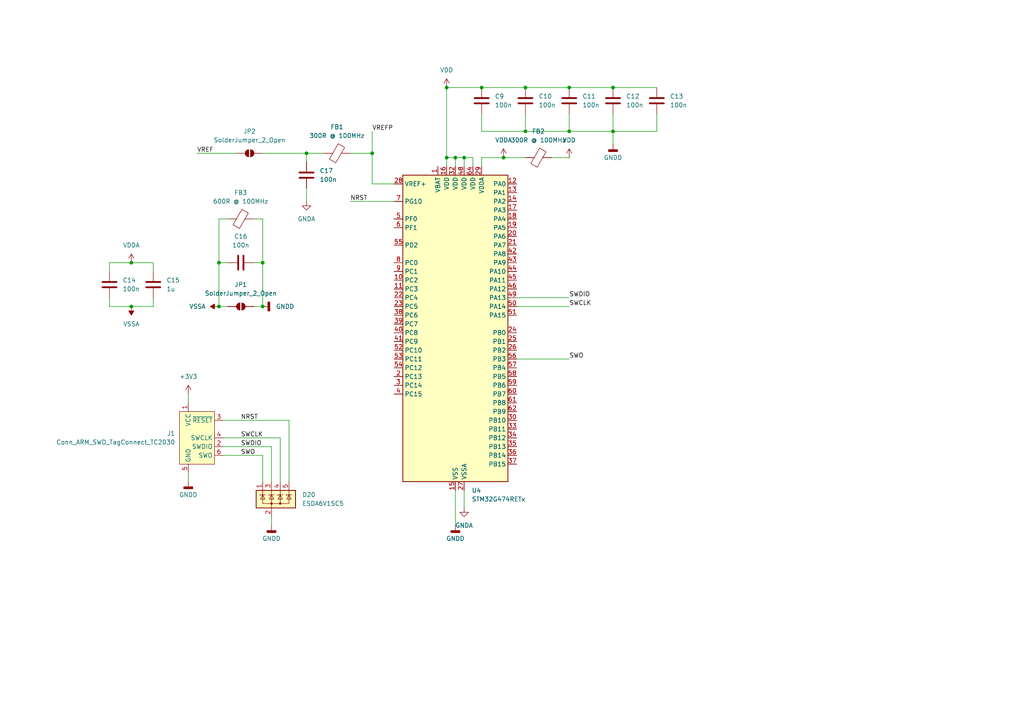
<source format=kicad_sch>
(kicad_sch (version 20240417) (generator "eeschema") (generator_version "8.99")
  (paper "A4")
  (title_block (title "Rectifier Control") (date "2024-05-09") (company "Kiwi Devices Limited"))
  (lib_symbols
    (symbol "Connector:Conn_ARM_SWD_TagConnect_TC2030" (in_bom no)
      (property "Reference" "J" (at 2.54 11.43 0))
      (property "Value" "Conn_ARM_SWD_TagConnect_TC2030" (at 5.08 8.89 0))
      (symbol "Conn_ARM_SWD_TagConnect_TC2030_0_0"
        (pin power_in line (at -2.54 10.16 270) (length 2.54) (name "VCC") (number "1"))
        (pin bidirectional line (at 7.62 -2.54 180) (length 2.54) (name "SWDIO") (number "2"))
        (pin open_collector line (at 7.62 5.08 180) (length 2.54) (name "~{RESET}") (number "3"))
        (pin output line (at 7.62 0 180) (length 2.54) (name "SWCLK") (number "4"))
        (pin power_in line (at -2.54 -10.16 90) (length 2.54) (name "GND") (number "5"))
        (pin input line (at 7.62 -5.08 180) (length 2.54) (name "SWO") (number "6"))
      )
      (symbol "Conn_ARM_SWD_TagConnect_TC2030_0_1"
        (rectangle (start -5.08 7.62) (end 5.08 -7.62) (fill (type background)))
      )
    )
    (symbol "Device:C" (pin_numbers hide) (pin_names (offset 0.254))
      (property "Reference" "C" (at 0.635 2.54 0))
      (property "Value" "C" (at 0.635 -2.54 0))
      (symbol "C_0_1"
        (polyline (pts (xy -2.032 0.762) (xy 2.032 0.762)) (stroke (width 0.508)))
        (polyline (pts (xy -2.032 -0.762) (xy 2.032 -0.762)) (stroke (width 0.508)))
      )
      (symbol "C_1_1"
        (pin passive line (at 0 3.81 270) (length 2.794) (name "~") (number "1"))
        (pin passive line (at 0 -3.81 90) (length 2.794) (name "~") (number "2"))
      )
    )
    (symbol "Device:FerriteBead" (pin_numbers hide) (pin_names (offset 0))
      (property "Reference" "FB" (at -3.81 0.635 90))
      (property "Value" "FerriteBead" (at 3.81 0 90))
      (symbol "FerriteBead_0_1"
        (polyline (pts (xy -2.7686 0.4064) (xy -1.7018 2.2606) (xy 2.7686 -0.3048) (xy 1.6764 -2.159) (xy -2.7686 0.4064)))
        (polyline (pts (xy 0 1.27) (xy 0 1.2954)))
        (polyline (pts (xy 0 -1.27) (xy 0 -1.2192)))
      )
      (symbol "FerriteBead_1_1"
        (pin passive line (at 0 3.81 270) (length 2.54) (name "~") (number "1"))
        (pin passive line (at 0 -3.81 90) (length 2.54) (name "~") (number "2"))
      )
    )
    (symbol "Jumper:SolderJumper_2_Open" (pin_numbers hide) (pin_names (offset 0) hide) (exclude_from_sim yes) (in_bom no)
      (property "Reference" "JP" (at 0 2.032 0))
      (property "Value" "SolderJumper_2_Open" (at 0 -2.54 0))
      (symbol "SolderJumper_2_Open_0_1"
        (polyline (pts (xy -0.254 1.016) (xy -0.254 -1.016)))
        (arc (start -0.254 -1.016) (mid -1.2656 0) (end -0.254 1.016) (fill (type outline)))
        (arc (start -0.254 -1.016) (mid -1.2656 0) (end -0.254 1.016))
        (arc (start 0.254 1.016) (mid 1.2656 0) (end 0.254 -1.016) (fill (type outline)))
        (arc (start 0.254 1.016) (mid 1.2656 0) (end 0.254 -1.016))
        (polyline (pts (xy 0.254 1.016) (xy 0.254 -1.016)))
      )
      (symbol "SolderJumper_2_Open_1_1"
        (pin passive line (at -3.81 0 0) (length 2.54) (name "A") (number "1"))
        (pin passive line (at 3.81 0 180) (length 2.54) (name "B") (number "2"))
      )
    )
    (symbol "MCU_ST_STM32G4:STM32G474RETx"
      (property "Reference" "U" (at -15.24 46.99 0))
      (property "Value" "STM32G474RETx" (at 10.16 46.99 0))
      (symbol "STM32G474RETx_0_1"
        (rectangle (start -15.24 -43.18) (end 15.24 45.72) (stroke (width 0.254)) (fill (type background)))
      )
      (symbol "STM32G474RETx_1_1"
        (pin power_in line (at -5.08 48.26 270) (length 2.54) (name "VBAT") (number "1"))
        (pin bidirectional line (at -17.78 15.24 0) (length 2.54) (name "PC2") (number "10"))
        (pin bidirectional line (at -17.78 12.7 0) (length 2.54) (name "PC3") (number "11"))
        (pin bidirectional line (at 17.78 43.18 180) (length 2.54) (name "PA0") (number "12"))
        (pin bidirectional line (at 17.78 40.64 180) (length 2.54) (name "PA1") (number "13"))
        (pin bidirectional line (at 17.78 38.1 180) (length 2.54) (name "PA2") (number "14"))
        (pin power_in line (at 0 -45.72 90) (length 2.54) (name "VSS") (number "15"))
        (pin power_in line (at -2.54 48.26 270) (length 2.54) (name "VDD") (number "16"))
        (pin bidirectional line (at 17.78 35.56 180) (length 2.54) (name "PA3") (number "17"))
        (pin bidirectional line (at 17.78 33.02 180) (length 2.54) (name "PA4") (number "18"))
        (pin bidirectional line (at 17.78 30.48 180) (length 2.54) (name "PA5") (number "19"))
        (pin bidirectional line (at -17.78 -12.7 0) (length 2.54) (name "PC13") (number "2"))
        (pin bidirectional line (at 17.78 27.94 180) (length 2.54) (name "PA6") (number "20"))
        (pin bidirectional line (at 17.78 25.4 180) (length 2.54) (name "PA7") (number "21"))
        (pin bidirectional line (at -17.78 10.16 0) (length 2.54) (name "PC4") (number "22"))
        (pin bidirectional line (at -17.78 7.62 0) (length 2.54) (name "PC5") (number "23"))
        (pin bidirectional line (at 17.78 0 180) (length 2.54) (name "PB0") (number "24"))
        (pin bidirectional line (at 17.78 -2.54 180) (length 2.54) (name "PB1") (number "25"))
        (pin bidirectional line (at 17.78 -5.08 180) (length 2.54) (name "PB2") (number "26"))
        (pin power_in line (at 2.54 -45.72 90) (length 2.54) (name "VSSA") (number "27"))
        (pin input line (at -17.78 43.18 0) (length 2.54) (name "VREF+") (number "28"))
        (pin power_in line (at 7.62 48.26 270) (length 2.54) (name "VDDA") (number "29"))
        (pin bidirectional line (at -17.78 -15.24 0) (length 2.54) (name "PC14") (number "3"))
        (pin bidirectional line (at 17.78 -25.4 180) (length 2.54) (name "PB10") (number "30"))
        (pin passive line (at 0 -45.72 90) (length 2.54) hide (name "VSS") (number "31"))
        (pin power_in line (at 0 48.26 270) (length 2.54) (name "VDD") (number "32"))
        (pin bidirectional line (at 17.78 -27.94 180) (length 2.54) (name "PB11") (number "33"))
        (pin bidirectional line (at 17.78 -30.48 180) (length 2.54) (name "PB12") (number "34"))
        (pin bidirectional line (at 17.78 -33.02 180) (length 2.54) (name "PB13") (number "35"))
        (pin bidirectional line (at 17.78 -35.56 180) (length 2.54) (name "PB14") (number "36"))
        (pin bidirectional line (at 17.78 -38.1 180) (length 2.54) (name "PB15") (number "37"))
        (pin bidirectional line (at -17.78 5.08 0) (length 2.54) (name "PC6") (number "38"))
        (pin bidirectional line (at -17.78 2.54 0) (length 2.54) (name "PC7") (number "39"))
        (pin bidirectional line (at -17.78 -17.78 0) (length 2.54) (name "PC15") (number "4"))
        (pin bidirectional line (at -17.78 0 0) (length 2.54) (name "PC8") (number "40"))
        (pin bidirectional line (at -17.78 -2.54 0) (length 2.54) (name "PC9") (number "41"))
        (pin bidirectional line (at 17.78 22.86 180) (length 2.54) (name "PA8") (number "42"))
        (pin bidirectional line (at 17.78 20.32 180) (length 2.54) (name "PA9") (number "43"))
        (pin bidirectional line (at 17.78 17.78 180) (length 2.54) (name "PA10") (number "44"))
        (pin bidirectional line (at 17.78 15.24 180) (length 2.54) (name "PA11") (number "45"))
        (pin bidirectional line (at 17.78 12.7 180) (length 2.54) (name "PA12") (number "46"))
        (pin passive line (at 0 -45.72 90) (length 2.54) hide (name "VSS") (number "47"))
        (pin power_in line (at 2.54 48.26 270) (length 2.54) (name "VDD") (number "48"))
        (pin bidirectional line (at 17.78 10.16 180) (length 2.54) (name "PA13") (number "49"))
        (pin bidirectional line (at -17.78 33.02 0) (length 2.54) (name "PF0") (number "5"))
        (pin bidirectional line (at 17.78 7.62 180) (length 2.54) (name "PA14") (number "50"))
        (pin bidirectional line (at 17.78 5.08 180) (length 2.54) (name "PA15") (number "51"))
        (pin bidirectional line (at -17.78 -5.08 0) (length 2.54) (name "PC10") (number "52"))
        (pin bidirectional line (at -17.78 -7.62 0) (length 2.54) (name "PC11") (number "53"))
        (pin bidirectional line (at -17.78 -10.16 0) (length 2.54) (name "PC12") (number "54"))
        (pin bidirectional line (at -17.78 25.4 0) (length 2.54) (name "PD2") (number "55"))
        (pin bidirectional line (at 17.78 -7.62 180) (length 2.54) (name "PB3") (number "56"))
        (pin bidirectional line (at 17.78 -10.16 180) (length 2.54) (name "PB4") (number "57"))
        (pin bidirectional line (at 17.78 -12.7 180) (length 2.54) (name "PB5") (number "58"))
        (pin bidirectional line (at 17.78 -15.24 180) (length 2.54) (name "PB6") (number "59"))
        (pin bidirectional line (at -17.78 30.48 0) (length 2.54) (name "PF1") (number "6"))
        (pin bidirectional line (at 17.78 -17.78 180) (length 2.54) (name "PB7") (number "60"))
        (pin bidirectional line (at 17.78 -20.32 180) (length 2.54) (name "PB8") (number "61"))
        (pin bidirectional line (at 17.78 -22.86 180) (length 2.54) (name "PB9") (number "62"))
        (pin passive line (at 0 -45.72 90) (length 2.54) hide (name "VSS") (number "63"))
        (pin power_in line (at 5.08 48.26 270) (length 2.54) (name "VDD") (number "64"))
        (pin bidirectional line (at -17.78 38.1 0) (length 2.54) (name "PG10") (number "7"))
        (pin bidirectional line (at -17.78 20.32 0) (length 2.54) (name "PC0") (number "8"))
        (pin bidirectional line (at -17.78 17.78 0) (length 2.54) (name "PC1") (number "9"))
      )
    )
    (symbol "Power_Protection:ESDA6V1SC5" (pin_names hide)
      (property "Reference" "D" (at 7.62 2.54 0))
      (property "Value" "ESDA6V1SC5" (at 7.62 0.635 0))
      (symbol "ESDA6V1SC5_0_0"
        (pin passive line (at 0 -5.08 90) (length 2.54) (name "A") (number "2"))
      )
      (symbol "ESDA6V1SC5_0_1"
        (rectangle (start -4.445 2.54) (end 6.985 -2.54) (stroke (width 0.254)) (fill (type background)))
        (polyline (pts (xy -3.302 1.016) (xy -3.302 1.27) (xy -1.778 1.27)))
        (polyline (pts (xy -2.54 2.54) (xy -2.54 1.27)))
        (polyline (pts (xy -2.54 1.27) (xy -2.54 -1.27) (xy 2.54 -1.27) (xy 2.54 1.27)))
        (polyline (pts (xy -2.54 1.27) (xy -1.905 0) (xy -3.175 0) (xy -2.54 1.27)))
        (polyline (pts (xy 0 2.54) (xy 0 1.27)))
        (circle (center 0 -1.27) (radius 0.254) (fill (type outline)))
        (polyline (pts (xy 0 -1.27) (xy 0 1.27)))
        (polyline (pts (xy 0 -1.27) (xy 0 -2.54)))
        (polyline (pts (xy 0.635 0) (xy -0.635 0) (xy 0 1.27) (xy 0.635 0)))
        (polyline (pts (xy 0.762 1.27) (xy -0.762 1.27) (xy -0.762 1.016)))
        (polyline (pts (xy 1.778 1.016) (xy 1.778 1.27) (xy 3.175 1.27) (xy 3.302 1.27)))
        (polyline (pts (xy 2.54 2.54) (xy 2.54 1.27)))
        (polyline (pts (xy 2.54 1.27) (xy 1.905 0) (xy 3.175 0) (xy 2.54 1.27)))
        (circle (center 2.54 -1.27) (radius 0.254) (fill (type outline)))
        (polyline (pts (xy 4.318 1.016) (xy 4.318 1.27) (xy 5.715 1.27) (xy 5.842 1.27)))
        (polyline (pts (xy 5.08 2.54) (xy 5.08 1.27)))
        (polyline (pts (xy 5.08 1.27) (xy 5.08 -1.27) (xy 2.54 -1.27)))
        (polyline (pts (xy 5.08 1.27) (xy 4.445 0) (xy 5.715 0) (xy 5.08 1.27)))
      )
      (symbol "ESDA6V1SC5_1_1"
        (pin passive line (at -2.54 5.08 270) (length 2.54) (name "K") (number "1"))
        (pin passive line (at 0 5.08 270) (length 2.54) (name "K") (number "3"))
        (pin passive line (at 2.54 5.08 270) (length 2.54) (name "K") (number "4"))
        (pin passive line (at 5.08 5.08 270) (length 2.54) (name "K") (number "5"))
      )
    )
    (symbol "power:+3V3" (power) (pin_numbers hide) (pin_names (offset 0) hide)
      (property "Value" "+3V3" (at 0 3.556 0))
      (symbol "+3V3_0_1"
        (polyline (pts (xy -0.762 1.27) (xy 0 2.54)))
        (polyline (pts (xy 0 2.54) (xy 0.762 1.27)))
        (polyline (pts (xy 0 0) (xy 0 2.54)))
      )
      (symbol "+3V3_1_1"
        (pin power_in line (at 0 0 90) (length 0) (name "~") (number "1"))
      )
    )
    (symbol "power:GNDA" (power) (pin_numbers hide) (pin_names (offset 0) hide)
      (property "Value" "GNDA" (at 0 -3.81 0))
      (symbol "GNDA_0_1"
        (polyline (pts (xy 0 0) (xy 0 -1.27) (xy 1.27 -1.27) (xy 0 -2.54) (xy -1.27 -1.27) (xy 0 -1.27)))
      )
      (symbol "GNDA_1_1"
        (pin power_in line (at 0 0 270) (length 0) (name "~") (number "1"))
      )
    )
    (symbol "power:GNDD" (power) (pin_numbers hide) (pin_names (offset 0) hide)
      (property "Value" "GNDD" (at 0 -3.175 0))
      (symbol "GNDD_0_1"
        (rectangle (start -1.27 -1.524) (end 1.27 -2.032) (stroke (width 0.254)) (fill (type outline)))
        (polyline (pts (xy 0 0) (xy 0 -1.524)))
      )
      (symbol "GNDD_1_1"
        (pin power_in line (at 0 0 270) (length 0) (name "~") (number "1"))
      )
    )
    (symbol "power:VDD" (power) (pin_numbers hide) (pin_names (offset 0) hide)
      (property "Value" "VDD" (at 0 3.556 0))
      (symbol "VDD_0_1"
        (polyline (pts (xy -0.762 1.27) (xy 0 2.54)))
        (polyline (pts (xy 0 2.54) (xy 0.762 1.27)))
        (polyline (pts (xy 0 0) (xy 0 2.54)))
      )
      (symbol "VDD_1_1"
        (pin power_in line (at 0 0 90) (length 0) (name "~") (number "1"))
      )
    )
    (symbol "power:VDDA" (power) (pin_numbers hide) (pin_names (offset 0) hide)
      (property "Value" "VDDA" (at 0 3.556 0))
      (symbol "VDDA_0_1"
        (polyline (pts (xy -0.762 1.27) (xy 0 2.54)))
        (polyline (pts (xy 0 2.54) (xy 0.762 1.27)))
        (polyline (pts (xy 0 0) (xy 0 2.54)))
      )
      (symbol "VDDA_1_1"
        (pin power_in line (at 0 0 90) (length 0) (name "~") (number "1"))
      )
    )
    (symbol "power:VSSA" (power) (pin_numbers hide) (pin_names (offset 0) hide)
      (property "Value" "VSSA" (at 0 3.556 0))
      (symbol "VSSA_0_1"
        (polyline (pts (xy 0 0) (xy 0 2.54)))
        (polyline (pts (xy 0.762 1.27) (xy -0.762 1.27) (xy 0 2.54) (xy 0.762 1.27)) (fill (type outline)))
      )
      (symbol "VSSA_1_1"
        (pin power_in line (at 0 0 90) (length 0) (name "~") (number "1"))
      )
    )
  )
  (junction (at 88.9 44.45))
  (junction (at 38.1 76.2))
  (junction (at 146.05 45.72))
  (junction (at 63.5 76.2))
  (junction (at 76.2 76.2))
  (junction (at 134.62 45.72))
  (junction (at 177.8 25.4))
  (junction (at 132.08 45.72))
  (junction (at 177.8 38.1))
  (junction (at 38.1 88.9))
  (junction (at 152.4 38.1))
  (junction (at 107.95 44.45))
  (junction (at 129.54 25.4))
  (junction (at 165.1 38.1))
  (junction (at 152.4 25.4))
  (junction (at 129.54 45.72))
  (junction (at 165.1 25.4))
  (junction (at 63.5 88.9))
  (junction (at 139.7 25.4))
  (junction (at 76.2 88.9))
  (wire (pts (xy 146.05 45.72) (xy 152.4 45.72)))
  (wire (pts (xy 152.4 33.02) (xy 152.4 38.1)))
  (wire (pts (xy 134.62 142.24) (xy 134.62 147.32)))
  (wire (pts (xy 64.77 129.54) (xy 78.74 129.54)))
  (wire (pts (xy 129.54 45.72) (xy 129.54 25.4)))
  (wire (pts (xy 114.3 53.34) (xy 107.95 53.34)))
  (wire (pts (xy 139.7 38.1) (xy 152.4 38.1)))
  (wire (pts (xy 31.75 88.9) (xy 38.1 88.9)))
  (wire (pts (xy 107.95 44.45) (xy 107.95 53.34)))
  (wire (pts (xy 64.77 132.08) (xy 76.2 132.08)))
  (wire (pts (xy 76.2 63.5) (xy 76.2 76.2)))
  (wire (pts (xy 64.77 127) (xy 81.28 127)))
  (wire (pts (xy 38.1 76.2) (xy 44.45 76.2)))
  (wire (pts (xy 76.2 44.45) (xy 88.9 44.45)))
  (wire (pts (xy 177.8 33.02) (xy 177.8 38.1)))
  (wire (pts (xy 66.04 63.5) (xy 63.5 63.5)))
  (wire (pts (xy 63.5 88.9) (xy 66.04 88.9)))
  (wire (pts (xy 81.28 127) (xy 81.28 139.7)))
  (wire (pts (xy 38.1 88.9) (xy 44.45 88.9)))
  (wire (pts (xy 57.15 44.45) (xy 68.58 44.45)))
  (wire (pts (xy 83.82 121.92) (xy 83.82 139.7)))
  (wire (pts (xy 63.5 76.2) (xy 66.04 76.2)))
  (wire (pts (xy 177.8 38.1) (xy 190.5 38.1)))
  (wire (pts (xy 63.5 63.5) (xy 63.5 76.2)))
  (wire (pts (xy 152.4 25.4) (xy 165.1 25.4)))
  (wire (pts (xy 93.98 44.45) (xy 88.9 44.45)))
  (wire (pts (xy 63.5 76.2) (xy 63.5 88.9)))
  (wire (pts (xy 139.7 45.72) (xy 146.05 45.72)))
  (wire (pts (xy 129.54 45.72) (xy 132.08 45.72)))
  (wire (pts (xy 132.08 45.72) (xy 134.62 45.72)))
  (wire (pts (xy 88.9 44.45) (xy 88.9 46.99)))
  (wire (pts (xy 88.9 54.61) (xy 88.9 58.42)))
  (wire (pts (xy 165.1 38.1) (xy 177.8 38.1)))
  (wire (pts (xy 101.6 58.42) (xy 114.3 58.42)))
  (wire (pts (xy 177.8 25.4) (xy 190.5 25.4)))
  (wire (pts (xy 139.7 33.02) (xy 139.7 38.1)))
  (wire (pts (xy 149.86 86.36) (xy 165.1 86.36)))
  (wire (pts (xy 44.45 88.9) (xy 44.45 86.36)))
  (wire (pts (xy 107.95 38.1) (xy 107.95 44.45)))
  (wire (pts (xy 73.66 63.5) (xy 76.2 63.5)))
  (wire (pts (xy 54.61 137.16) (xy 54.61 139.7)))
  (wire (pts (xy 78.74 129.54) (xy 78.74 139.7)))
  (wire (pts (xy 101.6 44.45) (xy 107.95 44.45)))
  (wire (pts (xy 139.7 48.26) (xy 139.7 45.72)))
  (wire (pts (xy 73.66 88.9) (xy 76.2 88.9)))
  (wire (pts (xy 137.16 45.72) (xy 137.16 48.26)))
  (wire (pts (xy 190.5 38.1) (xy 190.5 33.02)))
  (wire (pts (xy 132.08 45.72) (xy 132.08 48.26)))
  (wire (pts (xy 134.62 45.72) (xy 137.16 45.72)))
  (wire (pts (xy 134.62 45.72) (xy 134.62 48.26)))
  (wire (pts (xy 129.54 25.4) (xy 139.7 25.4)))
  (wire (pts (xy 44.45 76.2) (xy 44.45 78.74)))
  (wire (pts (xy 31.75 78.74) (xy 31.75 76.2)))
  (wire (pts (xy 54.61 114.3) (xy 54.61 116.84)))
  (wire (pts (xy 31.75 76.2) (xy 38.1 76.2)))
  (wire (pts (xy 31.75 86.36) (xy 31.75 88.9)))
  (wire (pts (xy 76.2 139.7) (xy 76.2 132.08)))
  (wire (pts (xy 76.2 76.2) (xy 76.2 88.9)))
  (wire (pts (xy 149.86 104.14) (xy 165.1 104.14)))
  (wire (pts (xy 129.54 48.26) (xy 129.54 45.72)))
  (wire (pts (xy 177.8 38.1) (xy 177.8 41.91)))
  (wire (pts (xy 160.02 45.72) (xy 165.1 45.72)))
  (wire (pts (xy 165.1 25.4) (xy 177.8 25.4)))
  (wire (pts (xy 139.7 25.4) (xy 152.4 25.4)))
  (wire (pts (xy 165.1 33.02) (xy 165.1 38.1)))
  (wire (pts (xy 132.08 142.24) (xy 132.08 152.4)))
  (wire (pts (xy 73.66 76.2) (xy 76.2 76.2)))
  (wire (pts (xy 152.4 38.1) (xy 165.1 38.1)))
  (wire (pts (xy 64.77 121.92) (xy 83.82 121.92)))
  (wire (pts (xy 78.74 149.86) (xy 78.74 152.4)))
  (wire (pts (xy 149.86 88.9) (xy 165.1 88.9)))
  (label "VREFP" (at 107.95 38.1 0))
  (label "SWDIO" (at 165.1 86.36 0))
  (label "SWO" (at 165.1 104.14 0))
  (label "NRST" (at 69.85 121.92 0))
  (label "SWCLK" (at 69.85 127 0))
  (label "SWO" (at 69.85 132.08 0))
  (label "SWDIO" (at 69.85 129.54 0))
  (label "VREF" (at 57.15 44.45 0))
  (label "SWCLK" (at 165.1 88.9 0))
  (label "NRST" (at 101.6 58.42 0))
  (symbol (lib_id "power:VSSA") (at 38.1 88.9 180) (unit 1)
    (property "Reference" "#PWR013" (effects (hide yes)))
    (property "Value" "VSSA" (at 38.1 93.98 0))
    (property "Description" "Power symbol creates a global label with name \"VSSA\"" (effects (hide yes)))
  )
  (symbol (lib_id "Device:FerriteBead") (at 156.21 45.72 90) (unit 1)
    (property "Reference" "FB2" (at 156.1592 38.1 90))
    (property "Value" "300R @ 100MHz" (at 156.1592 40.64 90))
    (property "Description" "Ferrite bead" (effects (hide yes)))
  )
  (symbol (lib_id "power:VDDA") (at 146.05 45.72 0) (unit 1)
    (property "Reference" "#PWR011" (effects (hide yes)))
    (property "Value" "VDDA" (at 146.05 40.64 0))
    (property "Description" "Power symbol creates a global label with name \"VDDA\"" (effects (hide yes)))
  )
  (symbol (lib_id "MCU_ST_STM32G4:STM32G474RETx") (at 132.08 96.52 0) (unit 1)
    (property "Reference" "U4" (at 136.8141 142.24 0) (effects (justify left)))
    (property "Value" "STM32G474RETx" (at 136.8141 144.78 0) (effects (justify left)))
    (property "Footprint" "Package_QFP:LQFP-64_10x10mm_P0.5mm" (effects (hide yes)))
    (property "Datasheet" "https://www.st.com/resource/en/datasheet/stm32g474re.pdf" (effects (hide yes)))
    (property "Description" "STMicroelectronics Arm Cortex-M4 MCU, 512KB flash, 128KB RAM, 170 MHz, 1.71-3.6V, 52 GPIO, LQFP64" (effects (hide yes)))
  )
  (symbol (lib_id "power:GNDA") (at 88.9 58.42 0) (unit 1)
    (property "Reference" "#PWR022" (effects (hide yes)))
    (property "Value" "GNDA" (at 88.9 63.5 0))
    (property "Description" "Power symbol creates a global label with name \"GNDA\" , analog ground" (effects (hide yes)))
  )
  (symbol (lib_id "Device:C") (at 177.8 29.21 0) (unit 1)
    (property "Reference" "C12" (at 181.61 27.9399 0) (effects (justify left)))
    (property "Value" "100n" (at 181.61 30.4799 0) (effects (justify left)))
    (property "Description" "Unpolarized capacitor" (effects (hide yes)))
  )
  (symbol (lib_id "Device:C") (at 139.7 29.21 0) (unit 1)
    (property "Reference" "C9" (at 143.51 27.9399 0) (effects (justify left)))
    (property "Value" "100n" (at 143.51 30.4799 0) (effects (justify left)))
    (property "Description" "Unpolarized capacitor" (effects (hide yes)))
  )
  (symbol (lib_id "Device:C") (at 69.85 76.2 90) (unit 1)
    (property "Reference" "C16" (at 69.85 68.58 90))
    (property "Value" "100n" (at 69.85 71.12 90))
    (property "Description" "Unpolarized capacitor" (effects (hide yes)))
  )
  (symbol (lib_id "power:VDDA") (at 38.1 76.2 0) (unit 1)
    (property "Reference" "#PWR014" (effects (hide yes)))
    (property "Value" "VDDA" (at 38.1 71.12 0))
    (property "Description" "Power symbol creates a global label with name \"VDDA\"" (effects (hide yes)))
  )
  (symbol (lib_id "Jumper:SolderJumper_2_Open") (at 69.85 88.9 0) (unit 1) (exclude_from_sim yes) (in_bom no)
    (property "Reference" "JP1" (at 69.85 82.55 0))
    (property "Value" "SolderJumper_2_Open" (at 69.85 85.09 0))
    (property "Description" "Solder Jumper, 2-pole, open" (effects (hide yes)))
  )
  (symbol (lib_id "power:GNDD") (at 177.8 41.91 0) (unit 1)
    (property "Reference" "#PWR05" (effects (hide yes)))
    (property "Value" "GNDD" (at 177.8 45.72 0))
    (property "Description" "Power symbol creates a global label with name \"GNDD\" , digital ground" (effects (hide yes)))
  )
  (symbol (lib_id "power:+3V3") (at 54.61 114.3 0) (unit 1)
    (property "Reference" "#PWR08" (effects (hide yes)))
    (property "Value" "+3V3" (at 54.61 109.22 0))
    (property "Description" "Power symbol creates a global label with name \"+3V3\"" (effects (hide yes)))
  )
  (symbol (lib_id "Device:C") (at 152.4 29.21 0) (unit 1)
    (property "Reference" "C10" (at 156.21 27.9399 0) (effects (justify left)))
    (property "Value" "100n" (at 156.21 30.4799 0) (effects (justify left)))
    (property "Description" "Unpolarized capacitor" (effects (hide yes)))
  )
  (symbol (lib_id "power:VSSA") (at 63.5 88.9 90) (unit 1)
    (property "Reference" "#PWR015" (effects (hide yes)))
    (property "Value" "VSSA" (at 59.69 88.8999 90) (effects (justify left)))
    (property "Description" "Power symbol creates a global label with name \"VSSA\"" (effects (hide yes)))
  )
  (symbol (lib_id "Device:FerriteBead") (at 69.85 63.5 90) (unit 1)
    (property "Reference" "FB3" (at 69.7992 55.88 90))
    (property "Value" "600R @ 100MHz" (at 69.7992 58.42 90))
    (property "Description" "Ferrite bead" (effects (hide yes)))
  )
  (symbol (lib_id "Device:C") (at 190.5 29.21 0) (unit 1)
    (property "Reference" "C13" (at 194.31 27.9399 0) (effects (justify left)))
    (property "Value" "100n" (at 194.31 30.4799 0) (effects (justify left)))
    (property "Description" "Unpolarized capacitor" (effects (hide yes)))
  )
  (symbol (lib_id "power:VDD") (at 129.54 25.4 0) (unit 1)
    (property "Reference" "#PWR09" (effects (hide yes)))
    (property "Value" "VDD" (at 129.54 20.32 0))
    (property "Description" "Power symbol creates a global label with name \"VDD\"" (effects (hide yes)))
  )
  (symbol (lib_id "Jumper:SolderJumper_2_Open") (at 72.39 44.45 0) (unit 1) (exclude_from_sim yes) (in_bom no)
    (property "Reference" "JP2" (at 72.39 38.1 0))
    (property "Value" "SolderJumper_2_Open" (at 72.39 40.64 0))
    (property "Description" "Solder Jumper, 2-pole, open" (effects (hide yes)))
  )
  (symbol (lib_id "Device:C") (at 31.75 82.55 0) (unit 1)
    (property "Reference" "C14" (at 35.56 81.2799 0) (effects (justify left)))
    (property "Value" "100n" (at 35.56 83.8199 0) (effects (justify left)))
    (property "Description" "Unpolarized capacitor" (effects (hide yes)))
  )
  (symbol (lib_id "Device:C") (at 165.1 29.21 0) (unit 1)
    (property "Reference" "C11" (at 168.91 27.9399 0) (effects (justify left)))
    (property "Value" "100n" (at 168.91 30.4799 0) (effects (justify left)))
    (property "Description" "Unpolarized capacitor" (effects (hide yes)))
  )
  (symbol (lib_id "Power_Protection:ESDA6V1SC5") (at 78.74 144.78 0) (unit 1)
    (property "Reference" "D20" (at 87.63 143.5099 0) (effects (justify left)))
    (property "Value" "ESDA6V1SC5" (at 87.63 146.0499 0) (effects (justify left)))
    (property "Footprint" "Package_TO_SOT_SMD:SOT-23-5" (effects (hide yes)))
    (property "Datasheet" "https://www.st.com/resource/en/datasheet/esda5v3sc6.pdf" (effects (hide yes)))
    (property "Description" "Quad TVS Diode Array, 6.1V Standoff, 4 Channels, 400W, ±30kV, SOT-23-5" (effects (hide yes)))
  )
  (symbol (lib_id "Device:C") (at 88.9 50.8 0) (unit 1)
    (property "Reference" "C17" (at 92.71 49.5299 0) (effects (justify left)))
    (property "Value" "100n" (at 92.71 52.0699 0) (effects (justify left)))
    (property "Description" "Unpolarized capacitor" (effects (hide yes)))
  )
  (symbol (lib_id "power:GNDD") (at 132.08 152.4 0) (unit 1)
    (property "Reference" "#PWR06" (effects (hide yes)))
    (property "Value" "GNDD" (at 132.08 156.21 0))
    (property "Description" "Power symbol creates a global label with name \"GNDD\" , digital ground" (effects (hide yes)))
  )
  (symbol (lib_id "Device:C") (at 44.45 82.55 0) (unit 1)
    (property "Reference" "C15" (at 48.26 81.2799 0) (effects (justify left)))
    (property "Value" "1u" (at 48.26 83.8199 0) (effects (justify left)))
    (property "Description" "Unpolarized capacitor" (effects (hide yes)))
  )
  (symbol (lib_id "power:VDD") (at 165.1 45.72 0) (unit 1)
    (property "Reference" "#PWR012" (effects (hide yes)))
    (property "Value" "VDD" (at 165.1 40.64 0))
    (property "Description" "Power symbol creates a global label with name \"VDD\"" (effects (hide yes)))
  )
  (symbol (lib_id "power:GNDD") (at 54.61 139.7 0) (unit 1)
    (property "Reference" "#PWR010" (effects (hide yes)))
    (property "Value" "GNDD" (at 54.61 143.51 0))
    (property "Description" "Power symbol creates a global label with name \"GNDD\" , digital ground" (effects (hide yes)))
  )
  (symbol (lib_id "power:GNDD") (at 76.2 88.9 90) (unit 1)
    (property "Reference" "#PWR016" (effects (hide yes)))
    (property "Value" "GNDD" (at 80.01 88.8999 90) (effects (justify right)))
    (property "Description" "Power symbol creates a global label with name \"GNDD\" , digital ground" (effects (hide yes)))
  )
  (symbol (lib_id "power:GNDA") (at 134.62 147.32 0) (unit 1)
    (property "Reference" "#PWR07" (effects (hide yes)))
    (property "Value" "GNDA" (at 134.62 152.4 0))
    (property "Description" "Power symbol creates a global label with name \"GNDA\" , analog ground" (effects (hide yes)))
  )
  (symbol (lib_id "Device:FerriteBead") (at 97.79 44.45 90) (unit 1)
    (property "Reference" "FB1" (at 97.7392 36.83 90))
    (property "Value" "300R @ 100MHz" (at 97.7392 39.37 90))
    (property "Description" "Ferrite bead" (effects (hide yes)))
  )
  (symbol (lib_id "power:GNDD") (at 78.74 152.4 0) (unit 1)
    (property "Reference" "#PWR017" (effects (hide yes)))
    (property "Value" "GNDD" (at 78.74 156.21 0))
    (property "Description" "Power symbol creates a global label with name \"GNDD\" , digital ground" (effects (hide yes)))
  )
  (symbol (lib_id "Connector:Conn_ARM_SWD_TagConnect_TC2030") (at 57.15 127 0) (unit 1) (in_bom no)
    (property "Reference" "J1" (at 50.8 125.7299 0) (effects (justify right)))
    (property "Value" "Conn_ARM_SWD_TagConnect_TC2030" (at 50.8 128.2699 0) (effects (justify right)))
    (property "Footprint" "Connector:Tag-Connect_TC2030-IDC-FP_2x03_P1.27mm_Vertical" (effects (hide yes)))
    (property "Datasheet" "https://www.tag-connect.com/wp-content/uploads/bsk-pdf-manager/TC2030-CTX_1.pdf" (effects (hide yes)))
    (property "Description" "Tag-Connect ARM Cortex SWD JTAG connector, 6 pin" (effects (hide yes)))
  )
)
</source>
